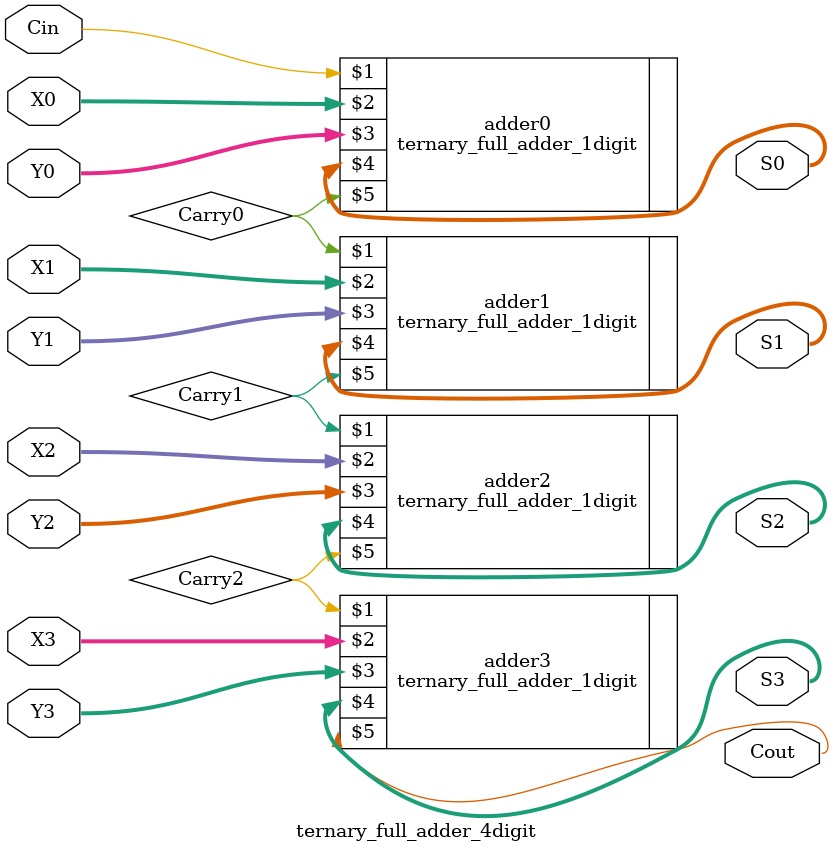
<source format=v>
`timescale 1ns / 1ps
module ternary_full_adder_4digit(
	input Cin,
	input [1:0] X3, X2, X1, X0, Y3, Y2, Y1, Y0,
	output [1:0] S3, S2, S1, S0,
	output Cout
);

wire Carry0, Carry1, Carry2;
ternary_full_adder_1digit adder0(Cin, X0, Y0, S0, Carry0);
ternary_full_adder_1digit adder1(Carry0, X1, Y1, S1, Carry1);
ternary_full_adder_1digit adder2(Carry1, X2, Y2, S2, Carry2);
ternary_full_adder_1digit adder3(Carry2, X3, Y3, S3, Cout);

endmodule

</source>
